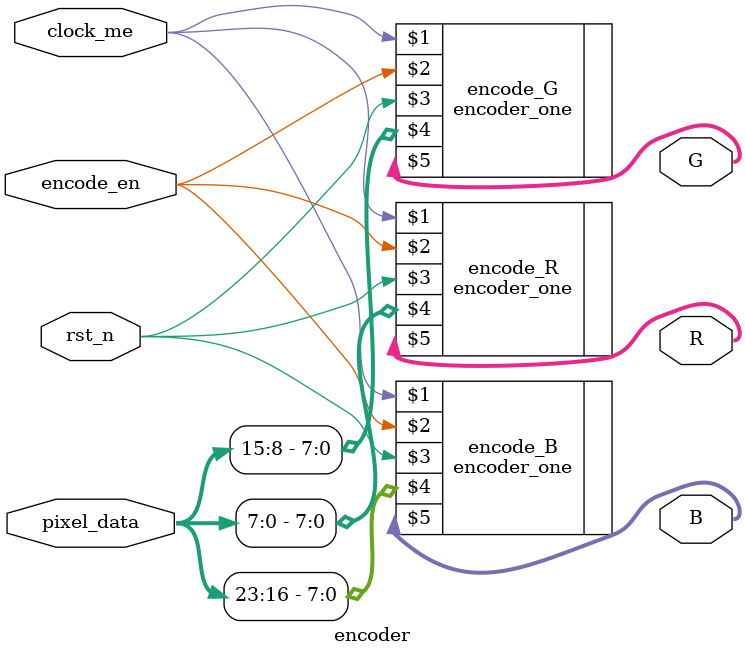
<source format=v>
module encoder(
clock_me,
encode_en,
rst_n,
pixel_data,
R,
G,
B);

input clock_me;
input encode_en;
input rst_n;
input [23:0] pixel_data;
output[9:0] R;
output[9:0] G;
output[9:0] B;

encoder_one encode_R(clock_me,encode_en,rst_n,pixel_data[7:0],R);
encoder_one encode_G(clock_me,encode_en,rst_n,pixel_data[15:8], G);
encoder_one encode_B(clock_me,encode_en,rst_n,pixel_data[23:16],B);

endmodule

</source>
